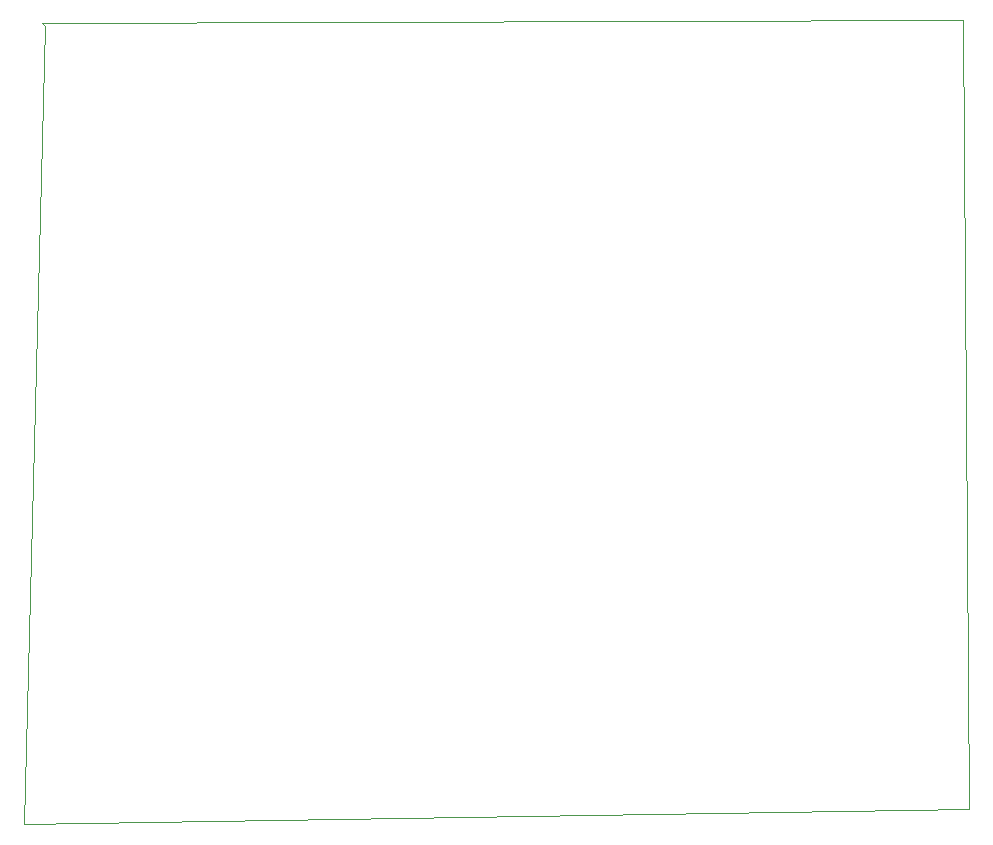
<source format=gbr>
%TF.GenerationSoftware,KiCad,Pcbnew,(5.1.6)-1*%
%TF.CreationDate,2020-11-21T18:59:46+08:00*%
%TF.ProjectId,Nov_21,4e6f765f-3231-42e6-9b69-6361645f7063,rev?*%
%TF.SameCoordinates,Original*%
%TF.FileFunction,Profile,NP*%
%FSLAX46Y46*%
G04 Gerber Fmt 4.6, Leading zero omitted, Abs format (unit mm)*
G04 Created by KiCad (PCBNEW (5.1.6)-1) date 2020-11-21 18:59:46*
%MOMM*%
%LPD*%
G01*
G04 APERTURE LIST*
%TA.AperFunction,Profile*%
%ADD10C,0.100000*%
%TD*%
G04 APERTURE END LIST*
D10*
X198374000Y-49784000D02*
X198882000Y-116586000D01*
X120396000Y-50038000D02*
X198374000Y-49784000D01*
X120650000Y-50292000D02*
X120396000Y-50038000D01*
X118872000Y-117856000D02*
X120650000Y-50292000D01*
X198882000Y-116586000D02*
X118872000Y-117856000D01*
M02*

</source>
